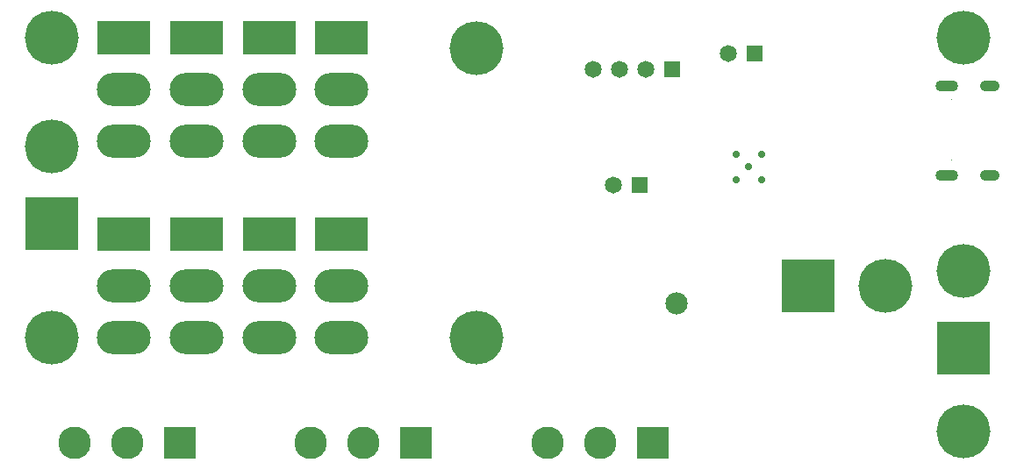
<source format=gbs>
G04*
G04 #@! TF.GenerationSoftware,Altium Limited,CircuitStudio,1.5.2 (30)*
G04*
G04 Layer_Color=8150272*
%FSLAX25Y25*%
%MOIN*%
G70*
G01*
G75*
%ADD104C,0.12362*%
%ADD105R,0.12362X0.12362*%
%ADD106R,0.06457X0.06457*%
%ADD107C,0.06457*%
%ADD108C,0.20472*%
%ADD109R,0.20472X0.20472*%
%ADD110R,0.20472X0.20472*%
%ADD111O,0.20472X0.12598*%
%ADD112R,0.20472X0.12598*%
%ADD113O,0.07402X0.04252*%
%ADD114O,0.08583X0.04252*%
%ADD115R,0.00315X0.00315*%
%ADD116C,0.08425*%
%ADD117C,0.02913*%
D104*
X200472Y11417D02*
D03*
X220472D02*
D03*
X110315D02*
D03*
X130315D02*
D03*
X20551D02*
D03*
X40551D02*
D03*
D105*
X240472D02*
D03*
X150315D02*
D03*
X60551D02*
D03*
D106*
X235433Y109449D02*
D03*
X279134Y159449D02*
D03*
X247638Y153150D02*
D03*
D107*
X225433Y109449D02*
D03*
X269134Y159449D02*
D03*
X237638Y153150D02*
D03*
X227638D02*
D03*
X217638D02*
D03*
D108*
X358268Y15748D02*
D03*
Y76772D02*
D03*
X11811Y124016D02*
D03*
X328740Y70866D02*
D03*
X11811Y165354D02*
D03*
X358268D02*
D03*
X11811Y51181D02*
D03*
X173228D02*
D03*
Y161417D02*
D03*
D109*
X358268Y47244D02*
D03*
X11811Y94488D02*
D03*
D110*
X299213Y70866D02*
D03*
D111*
X122047Y145669D02*
D03*
Y125984D02*
D03*
X94488D02*
D03*
Y145669D02*
D03*
X66929D02*
D03*
Y125984D02*
D03*
X39370D02*
D03*
Y145669D02*
D03*
X94488Y70866D02*
D03*
Y51181D02*
D03*
X66929D02*
D03*
Y70866D02*
D03*
X39370D02*
D03*
Y51181D02*
D03*
X122047D02*
D03*
Y70866D02*
D03*
D112*
Y165354D02*
D03*
X94488D02*
D03*
X66929D02*
D03*
X39370D02*
D03*
X94488Y90551D02*
D03*
X66929D02*
D03*
X39370D02*
D03*
X122047D02*
D03*
D113*
X368356Y147126D02*
D03*
Y113110D02*
D03*
D114*
X352018Y147126D02*
D03*
Y113110D02*
D03*
D115*
X353986Y118740D02*
D03*
Y141496D02*
D03*
D116*
X249213Y64173D02*
D03*
D117*
X272047Y120866D02*
D03*
X281496D02*
D03*
Y111417D02*
D03*
X272047D02*
D03*
X276772Y116142D02*
D03*
M02*

</source>
